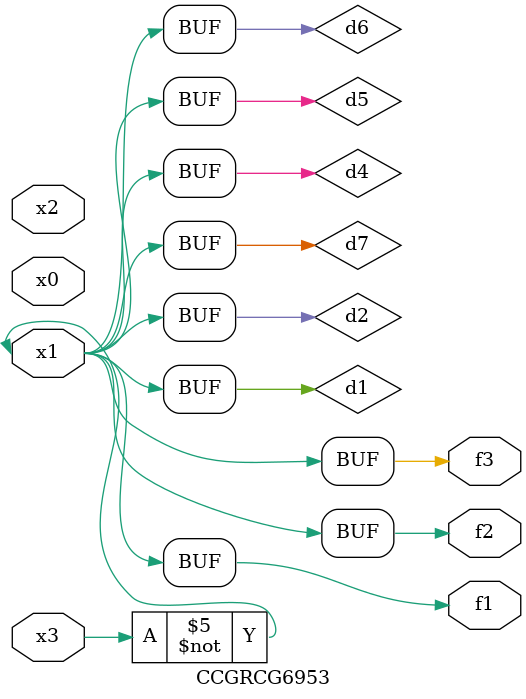
<source format=v>
module CCGRCG6953(
	input x0, x1, x2, x3,
	output f1, f2, f3
);

	wire d1, d2, d3, d4, d5, d6, d7;

	not (d1, x3);
	buf (d2, x1);
	xnor (d3, d1, d2);
	nor (d4, d1);
	buf (d5, d1, d2);
	buf (d6, d4, d5);
	nand (d7, d4);
	assign f1 = d6;
	assign f2 = d7;
	assign f3 = d6;
endmodule

</source>
